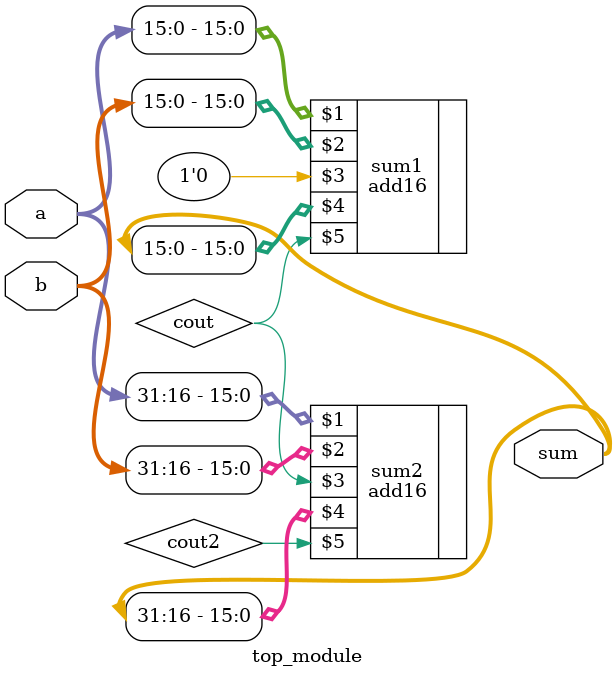
<source format=v>
module top_module(
    input [31:0] a,
    input [31:0] b,
    output [31:0] sum
);
    wire cout, cout2;
    add16 sum1 (a[15:0], b[15:0], 1'b0, sum[15:0], cout);
    add16 sum2 (a[31:16], b[31:16], cout, sum[31:16], cout2);

endmodule
</source>
